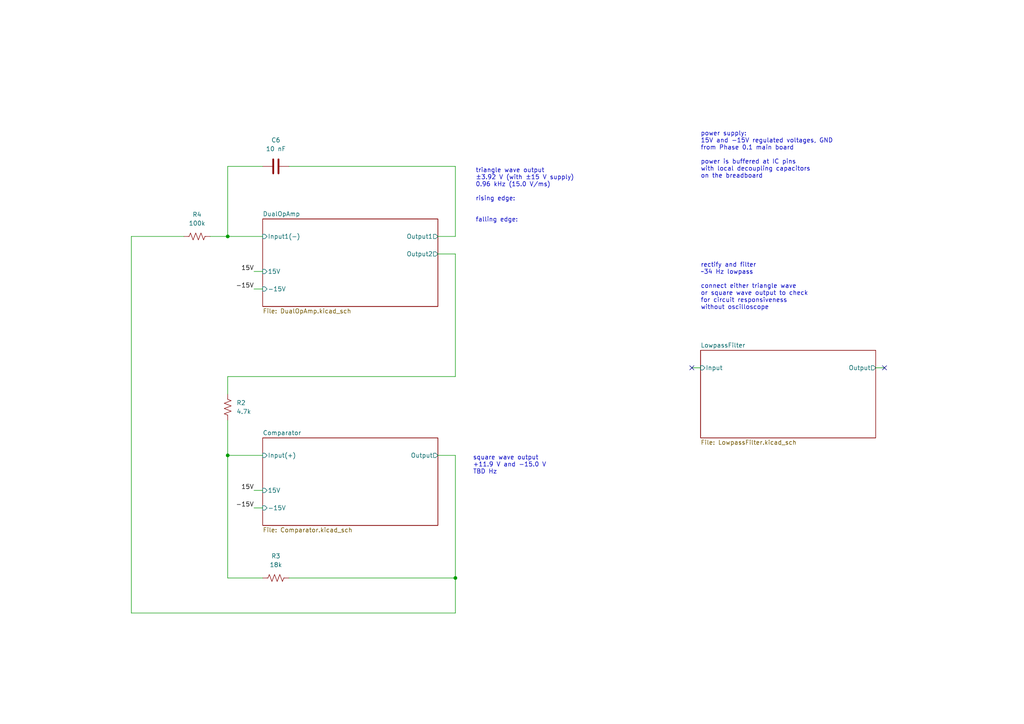
<source format=kicad_sch>
(kicad_sch (version 20250114) (generator "eeschema") (generator_version "9.0")
  (paper "A4")
  (lib_symbols
    (symbol "Device:C" (pin_numbers (hide yes)) (pin_names (offset 0.254))
      (property "Reference" "C" (at 0.635 2.54 0))
      (property "Value" "C" (at 0.635 -2.54 0))
      (symbol "C_0_1"
        (polyline (pts (xy -2.032 0.762) (xy 2.032 0.762)) (stroke (width 0.508)))
        (polyline (pts (xy -2.032 -0.762) (xy 2.032 -0.762)) (stroke (width 0.508)))
      )
      (symbol "C_1_1"
        (pin passive line (at 0 3.81 270) (length 2.794) (name "~") (number "1"))
        (pin passive line (at 0 -3.81 90) (length 2.794) (name "~") (number "2"))
      )
    )
    (symbol "Device:R_US" (pin_numbers (hide yes)) (pin_names (offset 0))
      (property "Reference" "R" (at 2.54 0 90))
      (property "Value" "R_US" (at -2.54 0 90))
      (symbol "R_US_0_1"
        (polyline (pts (xy 0 2.286) (xy 0 2.54)))
        (polyline (pts (xy 0 2.286) (xy 1.016 1.905) (xy 0 1.524) (xy -1.016 1.143) (xy 0 0.762)))
        (polyline (pts (xy 0 0.762) (xy 1.016 0.381) (xy 0 0) (xy -1.016 -0.381) (xy 0 -0.762)))
        (polyline (pts (xy 0 -0.762) (xy 1.016 -1.143) (xy 0 -1.524) (xy -1.016 -1.905) (xy 0 -2.286)))
        (polyline (pts (xy 0 -2.286) (xy 0 -2.54)))
      )
      (symbol "R_US_1_1"
        (pin passive line (at 0 3.81 270) (length 1.27) (name "~") (number "1"))
        (pin passive line (at 0 -3.81 90) (length 1.27) (name "~") (number "2"))
      )
    )
  )
  (text "power supply:\n15V and -15V regulated voltages, GND\nfrom Phase 0.1 main board\n\npower is buffered at IC pins\nwith local decoupling capacitors\non the breadboard" (at 203.2 38.1 0) (effects (font (size 1.27 1.27)) (justify left top)))
  (text "triangle wave output\n±3.92 V (with ±15 V supply)\n0.96 kHz (15.0 V/ms)\n\nrising edge:\n\n\nfalling edge:" (at 137.922 48.768 0) (effects (font (size 1.27 1.27)) (justify left top)))
  (text "square wave output\n+11.9 V and -15.0 V\nTBD Hz" (at 137.16 132.08 0) (effects (font (size 1.27 1.27)) (justify left top)))
  (text "rectify and filter\n~34 Hz lowpass\n\nconnect either triangle wave\nor square wave output to check\nfor circuit responsiveness\nwithout oscilloscope" (at 203.2 76.2 0) (effects (font (size 1.27 1.27)) (justify left top)))
  (junction (at 66.04 132.08))
  (junction (at 66.04 68.58))
  (junction (at 132.08 167.64))
  (no_connect (at 256.54 106.68))
  (no_connect (at 200.66 106.68))
  (wire (pts (xy 66.04 68.58) (xy 66.04 48.26)))
  (wire (pts (xy 254 106.68) (xy 256.54 106.68)))
  (wire (pts (xy 83.82 48.26) (xy 132.08 48.26)))
  (wire (pts (xy 200.66 106.68) (xy 203.2 106.68)))
  (wire (pts (xy 66.04 167.64) (xy 76.2 167.64)))
  (wire (pts (xy 127 73.66) (xy 132.08 73.66)))
  (wire (pts (xy 60.96 68.58) (xy 66.04 68.58)))
  (wire (pts (xy 127 132.08) (xy 132.08 132.08)))
  (wire (pts (xy 66.04 48.26) (xy 76.2 48.26)))
  (wire (pts (xy 127 68.58) (xy 132.08 68.58)))
  (wire (pts (xy 132.08 48.26) (xy 132.08 68.58)))
  (wire (pts (xy 66.04 114.3) (xy 66.04 109.22)))
  (wire (pts (xy 66.04 132.08) (xy 76.2 132.08)))
  (wire (pts (xy 38.1 177.8) (xy 38.1 68.58)))
  (wire (pts (xy 132.08 73.66) (xy 132.08 109.22)))
  (wire (pts (xy 132.08 177.8) (xy 38.1 177.8)))
  (wire (pts (xy 66.04 121.92) (xy 66.04 132.08)))
  (wire (pts (xy 83.82 167.64) (xy 132.08 167.64)))
  (wire (pts (xy 66.04 132.08) (xy 66.04 167.64)))
  (wire (pts (xy 73.66 83.82) (xy 76.2 83.82)))
  (wire (pts (xy 73.66 147.32) (xy 76.2 147.32)))
  (wire (pts (xy 73.66 142.24) (xy 76.2 142.24)))
  (wire (pts (xy 73.66 78.74) (xy 76.2 78.74)))
  (wire (pts (xy 66.04 68.58) (xy 76.2 68.58)))
  (wire (pts (xy 66.04 109.22) (xy 132.08 109.22)))
  (wire (pts (xy 132.08 132.08) (xy 132.08 167.64)))
  (wire (pts (xy 38.1 68.58) (xy 53.34 68.58)))
  (wire (pts (xy 132.08 167.64) (xy 132.08 177.8)))
  (label "15V" (at 73.66 78.74 180))
  (label "-15V" (at 73.66 83.82 180))
  (label "-15V" (at 73.66 147.32 180))
  (label "15V" (at 73.66 142.24 180))
  (symbol (lib_id "Device:R_US") (at 57.15 68.58 90) (unit 1) (in_bom no)
    (property "Reference" "R4" (at 57.15 62.23 90))
    (property "Value" "100k" (at 57.15 64.77 90))
    (property "Footprint" "TwoTerminal:THT_10.16mm" (effects (hide yes)))
    (property "Description" "Resistor, US symbol" (effects (hide yes)))
  )
  (symbol (lib_id "Device:R_US") (at 80.01 167.64 90) (unit 1) (in_bom no)
    (property "Reference" "R3" (at 80.01 161.29 90))
    (property "Value" "18k" (at 80.01 163.83 90))
    (property "Footprint" "TwoTerminal:THT_10.16mm" (effects (hide yes)))
    (property "Description" "Resistor, US symbol" (effects (hide yes)))
  )
  (symbol (lib_id "Device:R_US") (at 66.04 118.11 180) (unit 1) (in_bom no)
    (property "Reference" "R2" (at 68.58 116.8399 0) (effects (justify right)))
    (property "Value" "4.7k" (at 68.58 119.3799 0) (effects (justify right)))
    (property "Footprint" "TwoTerminal:THT_10.16mm" (effects (hide yes)))
    (property "Description" "Resistor, US symbol" (effects (hide yes)))
  )
  (symbol (lib_id "Device:C") (at 80.01 48.26 90) (unit 1) (in_bom no)
    (property "Reference" "C6" (at 80.01 40.64 90))
    (property "Value" "10 nF" (at 80.01 43.18 90))
    (property "Footprint" "TwoTerminal:THT_10.16mm" (effects (hide yes)))
    (property "Description" "Unpolarized capacitor" (effects (hide yes)))
  )
  (sheet (at 76.2 127) (size 50.8 25.4) (stroke (width 0.1524))
    (property "Sheetname" "Comparator" (at 76.2 126.2884 0) (effects (justify left bottom)))
    (property "Sheetfile" "Comparator.kicad_sch" (at 76.2 152.9846 0) (effects (justify left top)))
    (pin "-15V" input (at 76.2 147.32 180))
    (pin "15V" input (at 76.2 142.24 180))
    (pin "Input(+)" input (at 76.2 132.08 180))
    (pin "Output" output (at 127 132.08 0))
  )
  (sheet (at 76.2 63.5) (size 50.8 25.4) (stroke (width 0.1524))
    (property "Sheetname" "DualOpAmp" (at 76.2 62.7884 0) (effects (justify left bottom)))
    (property "Sheetfile" "DualOpAmp.kicad_sch" (at 76.2 89.4846 0) (effects (justify left top)))
    (pin "-15V" input (at 76.2 83.82 180))
    (pin "15V" input (at 76.2 78.74 180))
    (pin "Input1(-)" input (at 76.2 68.58 180))
    (pin "Output1" output (at 127 68.58 0))
    (pin "Output2" output (at 127 73.66 0))
  )
  (sheet (at 203.2 101.6) (size 50.8 25.4) (stroke (width 0.1524))
    (property "Sheetname" "LowpassFilter" (at 203.2 100.8884 0) (effects (justify left bottom)))
    (property "Sheetfile" "LowpassFilter.kicad_sch" (at 203.2 127.5846 0) (effects (justify left top)))
    (pin "Input" input (at 203.2 106.68 180))
    (pin "Output" output (at 254 106.68 0))
  )
)
</source>
